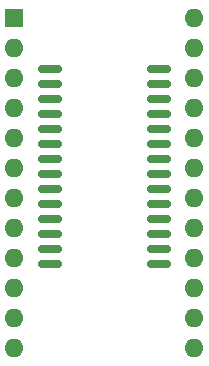
<source format=gbr>
%TF.GenerationSoftware,KiCad,Pcbnew,8.0.3*%
%TF.CreationDate,2024-06-20T11:34:12+01:00*%
%TF.ProjectId,FM16W08-3458A-AdaptorV1.0,464d3136-5730-4382-9d33-343538412d41,rev?*%
%TF.SameCoordinates,Original*%
%TF.FileFunction,Soldermask,Top*%
%TF.FilePolarity,Negative*%
%FSLAX46Y46*%
G04 Gerber Fmt 4.6, Leading zero omitted, Abs format (unit mm)*
G04 Created by KiCad (PCBNEW 8.0.3) date 2024-06-20 11:34:12*
%MOMM*%
%LPD*%
G01*
G04 APERTURE LIST*
G04 Aperture macros list*
%AMRoundRect*
0 Rectangle with rounded corners*
0 $1 Rounding radius*
0 $2 $3 $4 $5 $6 $7 $8 $9 X,Y pos of 4 corners*
0 Add a 4 corners polygon primitive as box body*
4,1,4,$2,$3,$4,$5,$6,$7,$8,$9,$2,$3,0*
0 Add four circle primitives for the rounded corners*
1,1,$1+$1,$2,$3*
1,1,$1+$1,$4,$5*
1,1,$1+$1,$6,$7*
1,1,$1+$1,$8,$9*
0 Add four rect primitives between the rounded corners*
20,1,$1+$1,$2,$3,$4,$5,0*
20,1,$1+$1,$4,$5,$6,$7,0*
20,1,$1+$1,$6,$7,$8,$9,0*
20,1,$1+$1,$8,$9,$2,$3,0*%
G04 Aperture macros list end*
%ADD10R,1.600000X1.600000*%
%ADD11O,1.600000X1.600000*%
%ADD12RoundRect,0.150000X-0.875000X-0.150000X0.875000X-0.150000X0.875000X0.150000X-0.875000X0.150000X0*%
G04 APERTURE END LIST*
D10*
%TO.C,SOCKET1*%
X140716000Y-82296000D03*
D11*
X140716000Y-84836000D03*
X140716000Y-87376000D03*
X140716000Y-89916000D03*
X140716000Y-92456000D03*
X140716000Y-94996000D03*
X140716000Y-97536000D03*
X140716000Y-100076000D03*
X140716000Y-102616000D03*
X140716000Y-105156000D03*
X140716000Y-107696000D03*
X140716000Y-110236000D03*
X155956000Y-110236000D03*
X155956000Y-107696000D03*
X155956000Y-105156000D03*
X155956000Y-102616000D03*
X155956000Y-100076000D03*
X155956000Y-97536000D03*
X155956000Y-94996000D03*
X155956000Y-92456000D03*
X155956000Y-89916000D03*
X155956000Y-87376000D03*
X155956000Y-84836000D03*
X155956000Y-82296000D03*
%TD*%
D12*
%TO.C,U1*%
X143686000Y-86614000D03*
X143686000Y-87884000D03*
X143686000Y-89154000D03*
X143686000Y-90424000D03*
X143686000Y-91694000D03*
X143686000Y-92964000D03*
X143686000Y-94234000D03*
X143686000Y-95504000D03*
X143686000Y-96774000D03*
X143686000Y-98044000D03*
X143686000Y-99314000D03*
X143686000Y-100584000D03*
X143686000Y-101854000D03*
X143686000Y-103124000D03*
X152986000Y-103124000D03*
X152986000Y-101854000D03*
X152986000Y-100584000D03*
X152986000Y-99314000D03*
X152986000Y-98044000D03*
X152986000Y-96774000D03*
X152986000Y-95504000D03*
X152986000Y-94234000D03*
X152986000Y-92964000D03*
X152986000Y-91694000D03*
X152986000Y-90424000D03*
X152986000Y-89154000D03*
X152986000Y-87884000D03*
X152986000Y-86614000D03*
%TD*%
M02*

</source>
